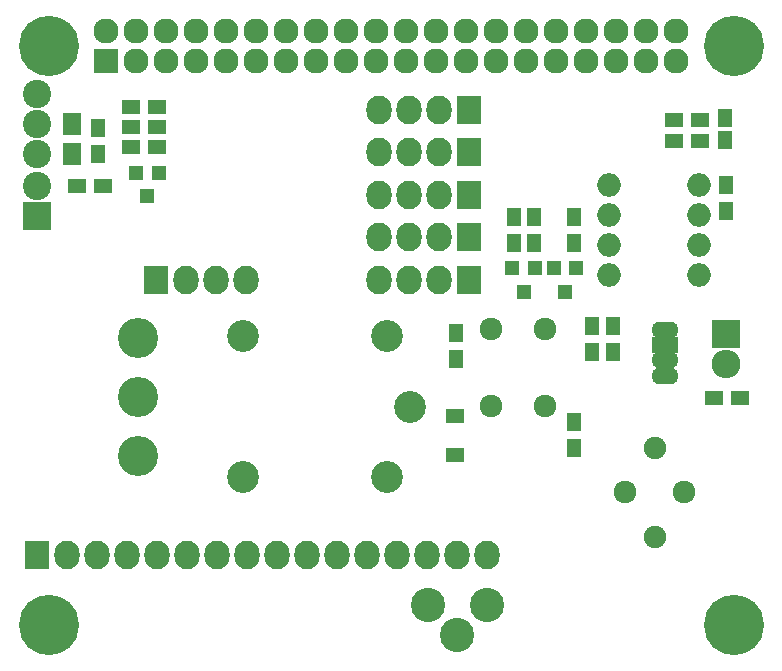
<source format=gts>
G04 #@! TF.FileFunction,Soldermask,Top*
%FSLAX46Y46*%
G04 Gerber Fmt 4.6, Leading zero omitted, Abs format (unit mm)*
G04 Created by KiCad (PCBNEW (2016-03-19 BZR 6630)-stable) date Fri 05 Aug 2016 07:03:03 PM EEST*
%MOMM*%
G01*
G04 APERTURE LIST*
%ADD10C,0.100000*%
%ADD11C,3.400000*%
%ADD12R,2.127200X2.127200*%
%ADD13O,2.127200X2.127200*%
%ADD14O,2.305000X1.400000*%
%ADD15R,2.305000X1.400000*%
%ADD16R,1.200100X1.200100*%
%ADD17C,5.100000*%
%ADD18R,1.150000X1.600000*%
%ADD19R,1.300000X1.600000*%
%ADD20R,1.600000X1.300000*%
%ADD21R,1.650000X1.900000*%
%ADD22R,2.432000X2.432000*%
%ADD23O,2.432000X2.432000*%
%ADD24O,2.000000X2.000000*%
%ADD25R,2.127200X2.432000*%
%ADD26O,2.127200X2.432000*%
%ADD27C,2.400000*%
%ADD28R,2.400000X2.400000*%
%ADD29C,2.700000*%
%ADD30C,1.924000*%
%ADD31R,1.620000X1.310000*%
%ADD32C,1.900000*%
%ADD33C,2.900000*%
G04 APERTURE END LIST*
D10*
D11*
X109050000Y-96810000D03*
X109050000Y-101810000D03*
X109050000Y-106810000D03*
D12*
X106370000Y-73370000D03*
D13*
X106370000Y-70830000D03*
X108910000Y-73370000D03*
X108910000Y-70830000D03*
X111450000Y-73370000D03*
X111450000Y-70830000D03*
X113990000Y-73370000D03*
X113990000Y-70830000D03*
X116530000Y-73370000D03*
X116530000Y-70830000D03*
X119070000Y-73370000D03*
X119070000Y-70830000D03*
X121610000Y-73370000D03*
X121610000Y-70830000D03*
X124150000Y-73370000D03*
X124150000Y-70830000D03*
X126690000Y-73370000D03*
X126690000Y-70830000D03*
X129230000Y-73370000D03*
X129230000Y-70830000D03*
X131770000Y-73370000D03*
X131770000Y-70830000D03*
X134310000Y-73370000D03*
X134310000Y-70830000D03*
X136850000Y-73370000D03*
X136850000Y-70830000D03*
X139390000Y-73370000D03*
X139390000Y-70830000D03*
X141930000Y-73370000D03*
X141930000Y-70830000D03*
X144470000Y-73370000D03*
X144470000Y-70830000D03*
X147010000Y-73370000D03*
X147010000Y-70830000D03*
X149550000Y-73370000D03*
X149550000Y-70830000D03*
X152090000Y-73370000D03*
X152090000Y-70830000D03*
X154630000Y-73370000D03*
X154630000Y-70830000D03*
D14*
X153700000Y-96100000D03*
D15*
X153700000Y-97400000D03*
D14*
X153700000Y-98700000D03*
X153700000Y-100000000D03*
D16*
X110810000Y-82819240D03*
X108910000Y-82819240D03*
X109860000Y-84818220D03*
D17*
X159500000Y-121100000D03*
X159500000Y-72100000D03*
X101500000Y-72100000D03*
X101500000Y-121100000D03*
D18*
X158750000Y-80050000D03*
X158750000Y-78150000D03*
D19*
X158820000Y-83860000D03*
X158820000Y-86060000D03*
D20*
X156600000Y-80100000D03*
X154400000Y-80100000D03*
X156600000Y-78350000D03*
X154400000Y-78350000D03*
D21*
X103490000Y-81220000D03*
X103490000Y-78720000D03*
D20*
X106130000Y-83960000D03*
X103930000Y-83960000D03*
D19*
X105710000Y-79020000D03*
X105710000Y-81220000D03*
X140900000Y-86600000D03*
X140900000Y-88800000D03*
X142600000Y-88800000D03*
X142600000Y-86600000D03*
D22*
X158800000Y-96500000D03*
D23*
X158800000Y-99040000D03*
D16*
X142650000Y-90899240D03*
X140750000Y-90899240D03*
X141700000Y-92898220D03*
X146150000Y-90899240D03*
X144250000Y-90899240D03*
X145200000Y-92898220D03*
D20*
X108430000Y-77270000D03*
X110630000Y-77270000D03*
X108430000Y-78930000D03*
X110630000Y-78930000D03*
X108430000Y-80600000D03*
X110630000Y-80600000D03*
D19*
X146000000Y-88800000D03*
X146000000Y-86600000D03*
X146006000Y-106142000D03*
X146006000Y-103942000D03*
X135980000Y-98580000D03*
X135980000Y-96380000D03*
D24*
X148970000Y-83860000D03*
X148970000Y-86400000D03*
X148970000Y-88940000D03*
X148970000Y-91480000D03*
X156590000Y-91480000D03*
X156590000Y-88940000D03*
X156590000Y-86400000D03*
X156590000Y-83860000D03*
D19*
X147530000Y-95814000D03*
X147530000Y-98014000D03*
X149308000Y-95814000D03*
X149308000Y-98014000D03*
D25*
X100540000Y-115202000D03*
D26*
X103080000Y-115202000D03*
X105620000Y-115202000D03*
X108160000Y-115202000D03*
X110700000Y-115202000D03*
X113240000Y-115202000D03*
X115780000Y-115202000D03*
X118320000Y-115202000D03*
X120860000Y-115202000D03*
X123400000Y-115202000D03*
X125940000Y-115202000D03*
X128480000Y-115202000D03*
X131020000Y-115202000D03*
X133560000Y-115202000D03*
X136100000Y-115202000D03*
X138640000Y-115202000D03*
D20*
X157800000Y-101900000D03*
X160000000Y-101900000D03*
D27*
X100540000Y-76140000D03*
X100540000Y-78680000D03*
X100540000Y-81220000D03*
D28*
X100520000Y-86500000D03*
D27*
X100520000Y-83960000D03*
D25*
X110600000Y-91900000D03*
D26*
X113140000Y-91900000D03*
X115680000Y-91900000D03*
X118220000Y-91900000D03*
D25*
X137100000Y-91900000D03*
D26*
X134560000Y-91900000D03*
X132020000Y-91900000D03*
X129480000Y-91900000D03*
D25*
X137100000Y-77500000D03*
D26*
X134560000Y-77500000D03*
X132020000Y-77500000D03*
X129480000Y-77500000D03*
D25*
X137100000Y-88300000D03*
D26*
X134560000Y-88300000D03*
X132020000Y-88300000D03*
X129480000Y-88300000D03*
D25*
X137100000Y-84700000D03*
D26*
X134560000Y-84700000D03*
X132020000Y-84700000D03*
X129480000Y-84700000D03*
D25*
X137100000Y-81100000D03*
D26*
X134560000Y-81100000D03*
X132020000Y-81100000D03*
X129480000Y-81100000D03*
D29*
X117920000Y-96620000D03*
X130120000Y-96620000D03*
X117920000Y-108620000D03*
X130120000Y-108620000D03*
X132120000Y-102620000D03*
D30*
X143480000Y-102580000D03*
X138980000Y-102580000D03*
X143480000Y-96080000D03*
X138980000Y-96080000D03*
D31*
X135900000Y-103425000D03*
X135900000Y-106695000D03*
D30*
X150310000Y-109880000D03*
X155310000Y-109880000D03*
D32*
X152810000Y-106130000D03*
X152810000Y-113630000D03*
D33*
X133590000Y-119430000D03*
X136090000Y-121930000D03*
X138590000Y-119430000D03*
M02*

</source>
